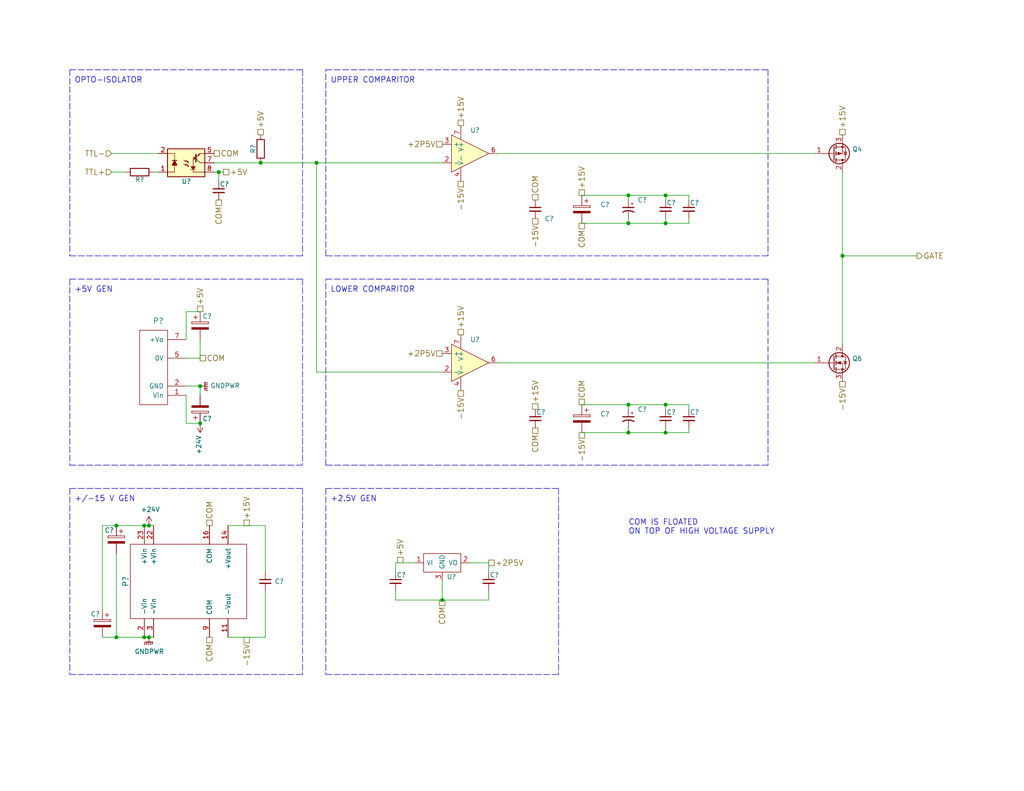
<source format=kicad_sch>
(kicad_sch (version 20211123) (generator eeschema)
  (paper "USLetter")
  (title_block (title "Pulse Generator, 500 V") (date "2020-09-04") (rev "2.0.0") (company "University of Wisconsin-Madison") (comment 1 "Blaise Thompson") (comment 2 "Garand Group") (comment 4 "Adapted from Nathan M. Hoffman"))
  (lib_symbols
    (symbol "Device:Q_NMOS_GDS" (pin_names (offset 0) hide)
      (property "Reference" "Q" (at 5.08 1.27 0))
      (property "Value" "Q_NMOS_GDS" (at 5.08 -1.27 0))
      (symbol "Q_NMOS_GDS_0_1"
        (polyline (pts (xy 0.254 0) (xy -2.54 0)))
        (polyline (pts (xy 0.254 1.905) (xy 0.254 -1.905)) (stroke (width 0.254)))
        (polyline (pts (xy 0.762 -1.27) (xy 0.762 -2.286)) (stroke (width 0.254)))
        (polyline (pts (xy 0.762 0.508) (xy 0.762 -0.508)) (stroke (width 0.254)))
        (polyline (pts (xy 0.762 2.286) (xy 0.762 1.27)) (stroke (width 0.254)))
        (polyline (pts (xy 2.54 2.54) (xy 2.54 1.778)))
        (polyline (pts (xy 2.54 -2.54) (xy 2.54 0) (xy 0.762 0)))
        (polyline (pts (xy 0.762 -1.778) (xy 3.302 -1.778) (xy 3.302 1.778) (xy 0.762 1.778)))
        (polyline (pts (xy 1.016 0) (xy 2.032 0.381) (xy 2.032 -0.381) (xy 1.016 0)) (fill (type outline)))
        (polyline (pts (xy 2.794 0.508) (xy 2.921 0.381) (xy 3.683 0.381) (xy 3.81 0.254)))
        (polyline (pts (xy 3.302 0.381) (xy 2.921 -0.254) (xy 3.683 -0.254) (xy 3.302 0.381)))
        (circle (center 1.651 0) (radius 2.794) (stroke (width 0.254)))
        (circle (center 2.54 -1.778) (radius 0.254) (fill (type outline)))
        (circle (center 2.54 1.778) (radius 0.254) (fill (type outline)))
      )
      (symbol "Q_NMOS_GDS_1_1"
        (pin input line (at -5.08 0 0) (length 2.54) (name "G") (number "1"))
        (pin passive line (at 2.54 5.08 270) (length 2.54) (name "D") (number "2"))
        (pin passive line (at 2.54 -5.08 90) (length 2.54) (name "S") (number "3"))
      )
    )
    (symbol "Device:Q_PMOS_GDS" (pin_names (offset 0) hide)
      (property "Reference" "Q" (at 5.08 1.27 0))
      (property "Value" "Q_PMOS_GDS" (at 5.08 -1.27 0))
      (symbol "Q_PMOS_GDS_0_1"
        (polyline (pts (xy 0.254 0) (xy -2.54 0)))
        (polyline (pts (xy 0.254 1.905) (xy 0.254 -1.905)) (stroke (width 0.254)))
        (polyline (pts (xy 0.762 -1.27) (xy 0.762 -2.286)) (stroke (width 0.254)))
        (polyline (pts (xy 0.762 0.508) (xy 0.762 -0.508)) (stroke (width 0.254)))
        (polyline (pts (xy 0.762 2.286) (xy 0.762 1.27)) (stroke (width 0.254)))
        (polyline (pts (xy 2.54 2.54) (xy 2.54 1.778)))
        (polyline (pts (xy 2.54 -2.54) (xy 2.54 0) (xy 0.762 0)))
        (polyline (pts (xy 0.762 1.778) (xy 3.302 1.778) (xy 3.302 -1.778) (xy 0.762 -1.778)))
        (polyline (pts (xy 2.286 0) (xy 1.27 0.381) (xy 1.27 -0.381) (xy 2.286 0)) (fill (type outline)))
        (polyline (pts (xy 2.794 -0.508) (xy 2.921 -0.381) (xy 3.683 -0.381) (xy 3.81 -0.254)))
        (polyline (pts (xy 3.302 -0.381) (xy 2.921 0.254) (xy 3.683 0.254) (xy 3.302 -0.381)))
        (circle (center 1.651 0) (radius 2.794) (stroke (width 0.254)))
        (circle (center 2.54 -1.778) (radius 0.254) (fill (type outline)))
        (circle (center 2.54 1.778) (radius 0.254) (fill (type outline)))
      )
      (symbol "Q_PMOS_GDS_1_1"
        (pin input line (at -5.08 0 0) (length 2.54) (name "G") (number "1"))
        (pin passive line (at 2.54 5.08 270) (length 2.54) (name "D") (number "2"))
        (pin passive line (at 2.54 -5.08 90) (length 2.54) (name "S") (number "3"))
      )
    )
    (symbol "HV-pulse-generator-rescue:CP" (pin_numbers hide) (pin_names (offset 0.254))
      (property "Reference" "C" (at 0.635 2.54 0))
      (property "Value" "CP" (at 0.635 -2.54 0))
      (symbol "CP_0_1"
        (rectangle (start -2.286 0.508) (end -2.286 1.016))
        (rectangle (start -2.286 0.508) (end 2.286 0.508))
        (polyline (pts (xy -1.778 2.286) (xy -0.762 2.286)))
        (polyline (pts (xy -1.27 2.794) (xy -1.27 1.778)))
        (rectangle (start 2.286 -0.508) (end -2.286 -1.016) (fill (type outline)))
        (rectangle (start 2.286 1.016) (end -2.286 1.016))
        (rectangle (start 2.286 1.016) (end 2.286 0.508))
      )
      (symbol "CP_1_1"
        (pin passive line (at 0 3.81 270) (length 2.794) (name "~") (number "1"))
        (pin passive line (at 0 -3.81 90) (length 2.794) (name "~") (number "2"))
      )
    )
    (symbol "HV-pulse-generator-rescue:CP1_Small" (pin_numbers hide) (pin_names (offset 0.254) hide)
      (property "Reference" "C" (at 0.254 1.778 0))
      (property "Value" "CP1_Small" (at 0.254 -2.032 0))
      (symbol "CP1_Small_0_1"
        (polyline (pts (xy -1.524 0.508) (xy 1.524 0.508)) (stroke (width 0.3048)))
        (polyline (pts (xy -1.27 1.524) (xy -0.762 1.524)))
        (polyline (pts (xy -1.016 1.27) (xy -1.016 1.778)))
        (arc (start 1.524 -0.762) (mid 0 -0.3734) (end -1.524 -0.762) (stroke (width 0.3048)))
      )
      (symbol "CP1_Small_1_1"
        (pin passive line (at 0 2.54 270) (length 2.032) (name "~") (number "1"))
        (pin passive line (at 0 -2.54 90) (length 2.032) (name "~") (number "2"))
      )
    )
    (symbol "HV-pulse-generator-rescue:C_Small" (pin_numbers hide) (pin_names (offset 0.254) hide)
      (property "Reference" "C" (at 0.254 1.778 0))
      (property "Value" "C_Small" (at 0.254 -2.032 0))
      (symbol "C_Small_0_1"
        (polyline (pts (xy -1.524 -0.508) (xy 1.524 -0.508)) (stroke (width 0.3302)))
        (polyline (pts (xy -1.524 0.508) (xy 1.524 0.508)) (stroke (width 0.3048)))
      )
      (symbol "C_Small_1_1"
        (pin passive line (at 0 2.54 270) (length 2.032) (name "~") (number "1"))
        (pin passive line (at 0 -2.54 90) (length 2.032) (name "~") (number "2"))
      )
    )
    (symbol "HV-pulse-generator-rescue:ICPL2631" (pin_names (offset 1.016))
      (property "Reference" "U" (at -5.08 5.08 0))
      (property "Value" "ICPL2631" (at 0 5.08 0))
      (symbol "ICPL2631_0_1"
        (rectangle (start -5.08 3.81) (end 5.08 -3.81) (stroke (width 0.254)) (fill (type background)))
        (polyline (pts (xy -3.81 -0.635) (xy -2.54 -0.635)) (stroke (width 0.254)))
        (polyline (pts (xy 1.27 1.778) (xy 2.54 1.778)))
        (polyline (pts (xy 2.032 1.524) (xy 2.032 1.016)))
        (polyline (pts (xy 2.159 1.397) (xy 2.159 1.016)))
        (polyline (pts (xy 2.286 1.27) (xy 2.286 1.143)))
        (polyline (pts (xy 2.667 -1.397) (xy 3.81 -2.54)))
        (polyline (pts (xy 2.667 -1.143) (xy 3.81 0)))
        (polyline (pts (xy 3.81 -2.54) (xy 5.08 -2.54)))
        (polyline (pts (xy 3.81 0) (xy 5.08 0)))
        (polyline (pts (xy 1.397 1.143) (xy 1.651 1.143) (xy 1.778 1.143)))
        (polyline (pts (xy 2.667 -0.254) (xy 2.667 -2.286) (xy 2.667 -2.286)) (stroke (width 0.3556)))
        (polyline (pts (xy -5.08 -2.54) (xy -3.175 -2.54) (xy -3.175 2.54) (xy -5.08 2.54)))
        (polyline (pts (xy -3.175 -0.635) (xy -3.81 0.635) (xy -2.54 0.635) (xy -3.175 -0.635)) (stroke (width 0.254)) (fill (type outline)))
        (polyline (pts (xy -0.635 0.254) (xy -0.1016 0.762) (xy -0.1016 0.254) (xy 0.6604 1.016)))
        (polyline (pts (xy 0.6604 1.016) (xy 0.1524 0.762) (xy 0.4064 0.508) (xy 0.6604 1.016)))
        (polyline (pts (xy 1.905 1.778) (xy 2.54 1.016) (xy 1.27 1.016) (xy 1.905 1.778)))
        (polyline (pts (xy 3.683 -2.413) (xy 3.429 -1.905) (xy 3.175 -2.159) (xy 3.683 -2.413)))
        (polyline (pts (xy 5.08 2.54) (xy 1.905 2.54) (xy 1.905 -1.27) (xy 2.54 -1.27)))
        (polyline (pts (xy 2.413 1.143) (xy 1.524 1.143) (xy 1.778 1.524) (xy 1.778 1.143) (xy 1.651 1.27)))
        (polyline (pts (xy 2.54 -1.27) (xy 2.159 -0.889) (xy 2.159 -1.651) (xy 2.54 -1.27) (xy 2.159 -1.27)) (fill (type outline)))
        (polyline (pts (xy -0.635 -0.762) (xy -0.1016 -0.254) (xy -0.1016 -0.762) (xy 0.6604 0) (xy 0.1524 -0.254) (xy 0.4064 -0.508) (xy 0.6604 0)))
      )
      (symbol "ICPL2631_1_1"
        (pin passive line (at -7.62 2.54 0) (length 2.54) (name "~") (number "1"))
        (pin passive line (at -7.62 -2.54 0) (length 2.54) (name "~") (number "2"))
        (pin passive line (at 7.62 -2.54 180) (length 2.54) (name "~") (number "5"))
        (pin passive line (at 7.62 0 180) (length 2.54) (name "~") (number "7"))
        (pin power_in line (at 7.62 2.54 180) (length 2.54) (name "~") (number "8"))
      )
    )
    (symbol "HV-pulse-generator-rescue:JCJ0824D15" (pin_names (offset 1.016))
      (property "Reference" "V" (at 0 15.24 0))
      (property "Value" "JCJ0824D15" (at 0 -19.05 0))
      (symbol "JCJ0824D15_0_1"
        (rectangle (start -10.16 13.97) (end 10.16 -17.78))
      )
      (symbol "JCJ0824D15_1_1"
        (pin power_out line (at -15.24 -12.7 0) (length 5.08) (name "-Vout") (number "11"))
        (pin power_out line (at 15.24 -12.7 180) (length 5.08) (name "+Vout") (number "14"))
        (pin passive line (at 15.24 -7.62 180) (length 5.08) (name "COM") (number "16"))
        (pin power_in line (at -15.24 10.16 0) (length 5.08) (name "-Vin") (number "2"))
        (pin power_in line (at 15.24 7.62 180) (length 5.08) (name "+Vin") (number "22"))
        (pin power_in line (at 15.24 10.16 180) (length 5.08) (name "+Vin") (number "23"))
        (pin power_in line (at -15.24 7.62 0) (length 5.08) (name "-Vin") (number "3"))
        (pin passive line (at -15.24 -7.62 0) (length 5.08) (name "COM") (number "9"))
      )
    )
    (symbol "HV-pulse-generator-rescue:LM7171"
      (property "Reference" "U" (at 0 6.35 0))
      (property "Value" "LM7171" (at 0 3.81 0))
      (symbol "LM7171_0_1"
        (polyline (pts (xy -5.08 5.08) (xy 5.08 0) (xy -5.08 -5.08) (xy -5.08 5.08)) (stroke (width 0.1524)) (fill (type background)))
      )
      (symbol "LM7171_1_1"
        (pin input line (at -7.62 -2.54 0) (length 2.54) (name "-") (number "2"))
        (pin input line (at -7.62 2.54 0) (length 2.54) (name "+") (number "3"))
        (pin passive line (at -2.54 -7.62 90) (length 3.81) (name "V-") (number "4"))
        (pin output line (at 7.62 0 180) (length 2.54) (name "~") (number "6"))
        (pin passive line (at -2.54 7.62 270) (length 3.81) (name "V+") (number "7"))
      )
    )
    (symbol "HV-pulse-generator-rescue:MCP1525" (pin_names (offset 0.762))
      (property "Reference" "U" (at 2.54 -3.81 0))
      (property "Value" "MCP1525" (at 0 3.81 0))
      (symbol "MCP1525_0_1"
        (rectangle (start -5.08 -2.54) (end 5.08 2.54))
      )
      (symbol "MCP1525_1_1"
        (pin power_in line (at -7.62 0 0) (length 2.54) (name "VI") (number "1"))
        (pin power_out line (at 7.62 0 180) (length 2.54) (name "VO") (number "2"))
        (pin power_in line (at 0 -5.08 90) (length 2.54) (name "GND") (number "3"))
      )
    )
    (symbol "HV-pulse-generator-rescue:PEM2-S24-S5-S" (pin_names (offset 1.016))
      (property "Reference" "P" (at -2.54 -12.7 0))
      (property "Value" "PEM2-S24-S5-S" (at 5.08 0 90))
      (symbol "PEM2-S24-S5-S_0_1"
        (rectangle (start -5.08 10.16) (end 2.54 -10.16))
      )
      (symbol "PEM2-S24-S5-S_1_1"
        (pin input line (at -10.16 7.62 0) (length 5.08) (name "Vin") (number "1"))
        (pin input line (at -10.16 5.08 0) (length 5.08) (name "GND") (number "2"))
        (pin input line (at -10.16 -2.54 0) (length 5.08) (name "0V") (number "5"))
        (pin input line (at -10.16 -7.62 0) (length 5.08) (name "+Vo") (number "7"))
      )
    )
    (symbol "HV-pulse-generator-rescue:R" (pin_numbers hide) (pin_names (offset 0))
      (property "Reference" "R" (at 2.032 0 90))
      (property "Value" "R" (at 0 0 90))
      (symbol "R_0_1"
        (rectangle (start -1.016 -2.54) (end 1.016 2.54) (stroke (width 0.254)))
      )
      (symbol "R_1_1"
        (pin passive line (at 0 3.81 270) (length 1.27) (name "~") (number "1"))
        (pin passive line (at 0 -3.81 90) (length 1.27) (name "~") (number "2"))
      )
    )
    (symbol "power:+24V" (power) (pin_names (offset 0))
      (property "Value" "+24V" (at 0 3.556 0))
      (symbol "+24V_0_1"
        (polyline (pts (xy -0.762 1.27) (xy 0 2.54)))
        (polyline (pts (xy 0 0) (xy 0 2.54)))
        (polyline (pts (xy 0 2.54) (xy 0.762 1.27)))
      )
      (symbol "+24V_1_1"
        (pin power_in line (at 0 0 90) (length 0) hide (name "+24V") (number "1"))
      )
    )
    (symbol "power:GNDPWR" (power) (pin_names (offset 0))
      (property "Value" "GNDPWR" (at 0 -3.302 0))
      (symbol "GNDPWR_0_1"
        (polyline (pts (xy 0 -1.27) (xy 0 0)))
        (polyline (pts (xy -1.016 -1.27) (xy -1.27 -2.032) (xy -1.27 -2.032)) (stroke (width 0.2032)))
        (polyline (pts (xy -0.508 -1.27) (xy -0.762 -2.032) (xy -0.762 -2.032)) (stroke (width 0.2032)))
        (polyline (pts (xy 0 -1.27) (xy -0.254 -2.032) (xy -0.254 -2.032)) (stroke (width 0.2032)))
        (polyline (pts (xy 0.508 -1.27) (xy 0.254 -2.032) (xy 0.254 -2.032)) (stroke (width 0.2032)))
        (polyline (pts (xy 1.016 -1.27) (xy -1.016 -1.27) (xy -1.016 -1.27)) (stroke (width 0.2032)))
        (polyline (pts (xy 1.016 -1.27) (xy 0.762 -2.032) (xy 0.762 -2.032) (xy 0.762 -2.032)) (stroke (width 0.2032)))
      )
      (symbol "GNDPWR_1_1"
        (pin power_in line (at 0 0 270) (length 0) hide (name "GNDPWR") (number "1"))
      )
    )
  )
  (junction (at 40.64 173.99))
  (junction (at 120.65 163.83))
  (junction (at 71.12 44.45))
  (junction (at 86.36 44.45))
  (junction (at 171.45 53.34))
  (junction (at 39.37 143.51))
  (junction (at 59.69 46.99))
  (junction (at 54.61 105.41))
  (junction (at 171.45 110.49))
  (junction (at 171.45 60.96))
  (junction (at 40.64 143.51))
  (junction (at 181.61 118.11))
  (junction (at 181.61 53.34))
  (junction (at 229.87 69.85))
  (junction (at 39.37 173.99))
  (junction (at 181.61 60.96))
  (junction (at 31.75 143.51))
  (junction (at 181.61 110.49))
  (junction (at 31.75 173.99))
  (junction (at 54.61 115.57))
  (junction (at 171.45 118.11))
  (wire (pts (xy 71.12 44.45) (xy 86.36 44.45)))
  (wire (pts (xy 133.35 163.83) (xy 133.35 161.29)))
  (wire (pts (xy 128.27 153.67) (xy 133.35 153.67)))
  (wire (pts (xy 158.75 110.49) (xy 171.45 110.49)))
  (wire (pts (xy 181.61 110.49) (xy 187.96 110.49)))
  (wire (pts (xy 50.8 115.57) (xy 54.61 115.57)))
  (wire (pts (xy 31.75 143.51) (xy 39.37 143.51)))
  (wire (pts (xy 171.45 53.34) (xy 181.61 53.34)))
  (polyline (pts (xy 82.55 19.05) (xy 82.55 69.85)))
  (wire (pts (xy 171.45 118.11) (xy 181.61 118.11)))
  (wire (pts (xy 181.61 116.84) (xy 181.61 118.11)))
  (polyline (pts (xy 88.9 127) (xy 88.9 76.2)))
  (wire (pts (xy 158.75 60.96) (xy 171.45 60.96)))
  (wire (pts (xy 59.69 46.99) (xy 60.96 46.99)))
  (wire (pts (xy 229.87 69.85) (xy 229.87 93.98)))
  (wire (pts (xy 187.96 110.49) (xy 187.96 111.76)))
  (wire (pts (xy 72.39 143.51) (xy 62.23 143.51)))
  (polyline (pts (xy 19.05 127) (xy 82.55 127)))
  (wire (pts (xy 171.45 59.69) (xy 171.45 60.96)))
  (polyline (pts (xy 19.05 184.15) (xy 82.55 184.15)))
  (wire (pts (xy 27.94 166.37) (xy 27.94 143.51)))
  (wire (pts (xy 120.65 163.83) (xy 120.65 158.75)))
  (wire (pts (xy 59.69 46.99) (xy 59.69 49.53)))
  (wire (pts (xy 171.45 111.76) (xy 171.45 110.49)))
  (wire (pts (xy 120.65 163.83) (xy 133.35 163.83)))
  (wire (pts (xy 50.8 97.79) (xy 54.61 97.79)))
  (wire (pts (xy 39.37 143.51) (xy 40.64 143.51)))
  (wire (pts (xy 171.45 116.84) (xy 171.45 118.11)))
  (wire (pts (xy 181.61 118.11) (xy 187.96 118.11)))
  (wire (pts (xy 50.8 92.71) (xy 50.8 85.09)))
  (wire (pts (xy 181.61 54.61) (xy 181.61 53.34)))
  (wire (pts (xy 41.91 46.99) (xy 43.18 46.99)))
  (wire (pts (xy 181.61 111.76) (xy 181.61 110.49)))
  (wire (pts (xy 54.61 97.79) (xy 54.61 92.71)))
  (wire (pts (xy 181.61 60.96) (xy 187.96 60.96)))
  (wire (pts (xy 50.8 107.95) (xy 50.8 115.57)))
  (wire (pts (xy 30.48 46.99) (xy 34.29 46.99)))
  (polyline (pts (xy 88.9 69.85) (xy 88.9 19.05)))
  (wire (pts (xy 39.37 173.99) (xy 40.64 173.99)))
  (wire (pts (xy 31.75 151.13) (xy 31.75 173.99)))
  (polyline (pts (xy 88.9 184.15) (xy 152.4 184.15)))
  (wire (pts (xy 107.95 153.67) (xy 107.95 156.21)))
  (polyline (pts (xy 152.4 133.35) (xy 152.4 184.15)))
  (polyline (pts (xy 19.05 19.05) (xy 82.55 19.05)))
  (wire (pts (xy 171.45 60.96) (xy 181.61 60.96)))
  (polyline (pts (xy 88.9 133.35) (xy 88.9 184.15)))
  (wire (pts (xy 62.23 173.99) (xy 72.39 173.99)))
  (wire (pts (xy 58.42 46.99) (xy 59.69 46.99)))
  (wire (pts (xy 72.39 156.21) (xy 72.39 143.51)))
  (polyline (pts (xy 88.9 76.2) (xy 209.55 76.2)))
  (wire (pts (xy 181.61 59.69) (xy 181.61 60.96)))
  (wire (pts (xy 30.48 41.91) (xy 43.18 41.91)))
  (wire (pts (xy 27.94 143.51) (xy 31.75 143.51)))
  (wire (pts (xy 54.61 107.95) (xy 54.61 105.41)))
  (polyline (pts (xy 19.05 133.35) (xy 19.05 184.15)))
  (wire (pts (xy 86.36 101.6) (xy 120.65 101.6)))
  (polyline (pts (xy 19.05 76.2) (xy 82.55 76.2)))
  (wire (pts (xy 171.45 54.61) (xy 171.45 53.34)))
  (wire (pts (xy 107.95 161.29) (xy 107.95 163.83)))
  (polyline (pts (xy 209.55 69.85) (xy 88.9 69.85)))
  (polyline (pts (xy 19.05 19.05) (xy 19.05 69.85)))
  (wire (pts (xy 229.87 46.99) (xy 229.87 69.85)))
  (wire (pts (xy 107.95 153.67) (xy 113.03 153.67)))
  (wire (pts (xy 72.39 161.29) (xy 72.39 173.99)))
  (polyline (pts (xy 19.05 76.2) (xy 19.05 127)))
  (wire (pts (xy 187.96 53.34) (xy 187.96 54.61)))
  (wire (pts (xy 250.19 69.85) (xy 229.87 69.85)))
  (polyline (pts (xy 19.05 69.85) (xy 82.55 69.85)))
  (wire (pts (xy 58.42 44.45) (xy 71.12 44.45)))
  (polyline (pts (xy 209.55 76.2) (xy 209.55 127)))
  (wire (pts (xy 133.35 156.21) (xy 133.35 153.67)))
  (wire (pts (xy 107.95 163.83) (xy 120.65 163.83)))
  (wire (pts (xy 40.64 173.99) (xy 41.91 173.99)))
  (polyline (pts (xy 19.05 133.35) (xy 82.55 133.35)))
  (wire (pts (xy 31.75 173.99) (xy 39.37 173.99)))
  (wire (pts (xy 40.64 143.51) (xy 41.91 143.51)))
  (wire (pts (xy 187.96 118.11) (xy 187.96 116.84)))
  (polyline (pts (xy 88.9 133.35) (xy 152.4 133.35)))
  (wire (pts (xy 86.36 44.45) (xy 120.65 44.45)))
  (wire (pts (xy 135.89 41.91) (xy 222.25 41.91)))
  (wire (pts (xy 135.89 99.06) (xy 222.25 99.06)))
  (wire (pts (xy 27.94 173.99) (xy 31.75 173.99)))
  (wire (pts (xy 158.75 118.11) (xy 171.45 118.11)))
  (wire (pts (xy 181.61 53.34) (xy 187.96 53.34)))
  (wire (pts (xy 50.8 105.41) (xy 54.61 105.41)))
  (wire (pts (xy 187.96 60.96) (xy 187.96 59.69)))
  (polyline (pts (xy 82.55 133.35) (xy 82.55 184.15)))
  (polyline (pts (xy 209.55 19.05) (xy 209.55 69.85)))
  (wire (pts (xy 158.75 53.34) (xy 171.45 53.34)))
  (wire (pts (xy 171.45 110.49) (xy 181.61 110.49)))
  (wire (pts (xy 86.36 44.45) (xy 86.36 101.6)))
  (polyline (pts (xy 88.9 19.05) (xy 209.55 19.05)))
  (wire (pts (xy 50.8 85.09) (xy 54.61 85.09)))
  (polyline (pts (xy 209.55 127) (xy 88.9 127)))
  (polyline (pts (xy 82.55 76.2) (xy 82.55 127)))
  (text "COM IS FLOATED\nON TOP OF HIGH VOLTAGE SUPPLY" (at 171.45 146.05 0) (effects (font (size 1.524 1.524)) (justify left bottom)))
  (text "+5V GEN" (at 20.32 80.01 0) (effects (font (size 1.524 1.524)) (justify left bottom)))
  (text "OPTO-ISOLATOR" (at 20.32 22.86 0) (effects (font (size 1.524 1.524)) (justify left bottom)))
  (text "+2.5V GEN" (at 90.17 137.16 0) (effects (font (size 1.524 1.524)) (justify left bottom)))
  (text "LOWER COMPARITOR" (at 90.17 80.01 0) (effects (font (size 1.524 1.524)) (justify left bottom)))
  (text "+/-15 V GEN" (at 20.32 137.16 0) (effects (font (size 1.524 1.524)) (justify left bottom)))
  (text "UPPER COMPARITOR" (at 90.17 22.86 0) (effects (font (size 1.524 1.524)) (justify left bottom)))
  (hierarchical_label "GATE" (shape output) (at 250.19 69.85 0) (effects (font (size 1.524 1.524))))
  (hierarchical_label "+5V" (shape passive) (at 71.12 36.83 90) (effects (font (size 1.524 1.524))))
  (hierarchical_label "+5V" (shape passive) (at 60.96 46.99 0) (effects (font (size 1.524 1.524))))
  (hierarchical_label "COM" (shape passive) (at 158.75 60.96 270) (effects (font (size 1.524 1.524))))
  (hierarchical_label "COM" (shape passive) (at 57.15 173.99 270) (effects (font (size 1.524 1.524))))
  (hierarchical_label "COM" (shape passive) (at 54.61 97.79 0) (effects (font (size 1.524 1.524))))
  (hierarchical_label "+2P5V" (shape passive) (at 120.65 96.52 180) (effects (font (size 1.524 1.524))))
  (hierarchical_label "+5V" (shape passive) (at 109.22 153.67 90) (effects (font (size 1.524 1.524))))
  (hierarchical_label "COM" (shape passive) (at 120.65 163.83 270) (effects (font (size 1.524 1.524))))
  (hierarchical_label "COM" (shape passive) (at 58.42 41.91 0) (effects (font (size 1.524 1.524))))
  (hierarchical_label "COM" (shape passive) (at 146.05 54.61 90) (effects (font (size 1.524 1.524))))
  (hierarchical_label "-15V" (shape passive) (at 146.05 59.69 270) (effects (font (size 1.524 1.524))))
  (hierarchical_label "+15V" (shape passive) (at 229.87 36.83 90) (effects (font (size 1.524 1.524))))
  (hierarchical_label "+2P5V" (shape passive) (at 120.65 39.37 180) (effects (font (size 1.524 1.524))))
  (hierarchical_label "-15V" (shape passive) (at 125.73 106.68 270) (effects (font (size 1.524 1.524))))
  (hierarchical_label "+15V" (shape passive) (at 125.73 34.29 90) (effects (font (size 1.524 1.524))))
  (hierarchical_label "-15V" (shape passive) (at 229.87 104.14 270) (effects (font (size 1.524 1.524))))
  (hierarchical_label "+15V" (shape passive) (at 125.73 91.44 90) (effects (font (size 1.524 1.524))))
  (hierarchical_label "+15V" (shape passive) (at 146.05 111.76 90) (effects (font (size 1.524 1.524))))
  (hierarchical_label "+2P5V" (shape passive) (at 133.35 153.67 0) (effects (font (size 1.524 1.524))))
  (hierarchical_label "COM" (shape passive) (at 158.75 110.49 90) (effects (font (size 1.524 1.524))))
  (hierarchical_label "+15V" (shape passive) (at 67.31 143.51 90) (effects (font (size 1.524 1.524))))
  (hierarchical_label "+15V" (shape passive) (at 158.75 53.34 90) (effects (font (size 1.524 1.524))))
  (hierarchical_label "COM" (shape passive) (at 59.69 54.61 270) (effects (font (size 1.524 1.524))))
  (hierarchical_label "-15V" (shape passive) (at 125.73 49.53 270) (effects (font (size 1.524 1.524))))
  (hierarchical_label "TTL+" (shape input) (at 30.48 46.99 180) (effects (font (size 1.524 1.524))))
  (hierarchical_label "-15V" (shape passive) (at 67.31 173.99 270) (effects (font (size 1.524 1.524))))
  (hierarchical_label "COM" (shape passive) (at 146.05 116.84 270) (effects (font (size 1.524 1.524))))
  (hierarchical_label "TTL-" (shape input) (at 30.48 41.91 180) (effects (font (size 1.524 1.524))))
  (hierarchical_label "COM" (shape passive) (at 57.15 143.51 90) (effects (font (size 1.524 1.524))))
  (hierarchical_label "-15V" (shape passive) (at 158.75 118.11 270) (effects (font (size 1.524 1.524))))
  (hierarchical_label "+5V" (shape passive) (at 54.61 85.09 90) (effects (font (size 1.524 1.524))))
  (symbol (lib_id "Device:Q_PMOS_GDS") (at 227.33 41.91 0) (mirror x) (unit 1)
    (property "Reference" "Q4" (at 232.5116 40.7416 0) (effects (justify left)))
  )
  (symbol (lib_id "Device:Q_NMOS_GDS") (at 227.33 99.06 0) (unit 1)
    (property "Reference" "Q6" (at 232.5116 97.8916 0) (effects (justify left)))
  )
  (symbol (lib_id "HV-pulse-generator-rescue:C_Small") (at 187.96 114.3 0) (unit 1)
    (property "Reference" "C?" (at 188.214 112.522 0) (effects (justify left)))
  )
  (symbol (lib_id "HV-pulse-generator-rescue:CP") (at 158.75 114.3 0) (mirror y) (unit 1)
    (property "Reference" "C?" (at 166.37 113.03 0) (effects (justify left)))
  )
  (symbol (lib_id "HV-pulse-generator-rescue:CP1_Small") (at 171.45 114.3 0) (mirror y) (unit 1)
    (property "Reference" "C?" (at 176.53 111.76 0) (effects (justify left)))
  )
  (symbol (lib_id "HV-pulse-generator-rescue:C_Small") (at 181.61 114.3 0) (unit 1)
    (property "Reference" "C?" (at 181.864 112.522 0) (effects (justify left)))
  )
  (symbol (lib_id "HV-pulse-generator-rescue:C_Small") (at 72.39 158.75 0) (unit 1)
    (property "Reference" "C?" (at 74.93 158.75 0) (effects (justify left)))
  )
  (symbol (lib_id "HV-pulse-generator-rescue:C_Small") (at 187.96 57.15 0) (unit 1)
    (property "Reference" "C?" (at 188.214 55.372 0) (effects (justify left)))
  )
  (symbol (lib_id "HV-pulse-generator-rescue:C_Small") (at 146.05 57.15 0) (unit 1)
    (property "Reference" "C?" (at 148.59 59.69 0) (effects (justify left)))
  )
  (symbol (lib_id "HV-pulse-generator-rescue:LM7171") (at 128.27 41.91 0) (unit 1)
    (property "Reference" "U?" (at 128.27 35.56 0) (effects (justify left)))
  )
  (symbol (lib_id "HV-pulse-generator-rescue:C_Small") (at 146.05 114.3 0) (unit 1)
    (property "Reference" "C?" (at 146.304 112.522 0) (effects (justify left)))
  )
  (symbol (lib_id "HV-pulse-generator-rescue:LM7171") (at 128.27 99.06 0) (unit 1)
    (property "Reference" "U?" (at 128.27 92.71 0) (effects (justify left)))
  )
  (symbol (lib_id "HV-pulse-generator-rescue:ICPL2631") (at 50.8 44.45 0) (mirror x) (unit 1)
    (property "Reference" "U?" (at 49.53 49.53 0) (effects (justify left)))
  )
  (symbol (lib_id "HV-pulse-generator-rescue:R") (at 38.1 46.99 270) (unit 1)
    (property "Reference" "R?" (at 38.1 49.022 90))
  )
  (symbol (lib_id "HV-pulse-generator-rescue:MCP1525") (at 120.65 153.67 0) (unit 1)
    (property "Reference" "U?" (at 123.19 157.48 0))
  )
  (symbol (lib_id "HV-pulse-generator-rescue:C_Small") (at 133.35 158.75 0) (unit 1)
    (property "Reference" "C?" (at 133.604 156.972 0) (effects (justify left)))
  )
  (symbol (lib_id "HV-pulse-generator-rescue:C_Small") (at 107.95 158.75 0) (unit 1)
    (property "Reference" "C?" (at 108.204 156.972 0) (effects (justify left)))
  )
  (symbol (lib_id "HV-pulse-generator-rescue:C_Small") (at 59.69 52.07 0) (unit 1)
    (property "Reference" "C?" (at 59.944 50.292 0) (effects (justify left)))
  )
  (symbol (lib_id "HV-pulse-generator-rescue:R") (at 71.12 40.64 180) (unit 1)
    (property "Reference" "R?" (at 69.088 40.64 90))
  )
  (symbol (lib_id "HV-pulse-generator-rescue:PEM2-S24-S5-S") (at 40.64 100.33 180) (unit 1)
    (property "Reference" "P?" (at 43.18 87.63 0) (effects (font (size 1.524 1.524))))
  )
  (symbol (lib_id "HV-pulse-generator-rescue:CP") (at 54.61 88.9 0) (unit 1)
    (property "Reference" "C?" (at 55.245 86.36 0) (effects (justify left)))
  )
  (symbol (lib_id "HV-pulse-generator-rescue:CP") (at 54.61 111.76 0) (mirror x) (unit 1)
    (property "Reference" "C?" (at 55.245 114.3 0) (effects (justify left)))
  )
  (symbol (lib_id "HV-pulse-generator-rescue:C_Small") (at 181.61 57.15 0) (unit 1)
    (property "Reference" "C?" (at 181.864 55.372 0) (effects (justify left)))
  )
  (symbol (lib_id "HV-pulse-generator-rescue:CP") (at 27.94 170.18 0) (mirror y) (unit 1)
    (property "Reference" "C?" (at 27.305 167.64 0) (effects (justify left)))
  )
  (symbol (lib_id "HV-pulse-generator-rescue:CP") (at 31.75 147.32 0) (mirror y) (unit 1)
    (property "Reference" "C?" (at 31.115 144.78 0) (effects (justify left)))
  )
  (symbol (lib_id "HV-pulse-generator-rescue:CP") (at 158.75 57.15 0) (mirror y) (unit 1)
    (property "Reference" "C?" (at 166.37 55.88 0) (effects (justify left)))
  )
  (symbol (lib_id "HV-pulse-generator-rescue:CP1_Small") (at 171.45 57.15 0) (mirror y) (unit 1)
    (property "Reference" "C?" (at 176.53 54.61 0) (effects (justify left)))
  )
  (symbol (lib_id "power:GNDPWR") (at 40.64 173.99 0) (unit 1)
    (property "Reference" "#PWR?" (effects hide))
  )
  (symbol (lib_id "power:+24V") (at 40.64 143.51 0) (unit 1)
    (property "Reference" "#PWR?" (effects hide))
  )
  (symbol (lib_id "HV-pulse-generator-rescue:JCJ0824D15") (at 49.53 158.75 90) (unit 1)
    (property "Reference" "P?" (at 34.29 158.75 0) (effects (font (size 1.524 1.524))))
  )
  (symbol (lib_id "power:+24V") (at 54.61 115.57 180) (unit 1)
    (property "Reference" "#PWR?" (effects hide))
  )
  (symbol (lib_id "power:GNDPWR") (at 54.61 105.41 90) (unit 1)
    (property "Reference" "#PWR?" (effects hide))
  )
)
</source>
